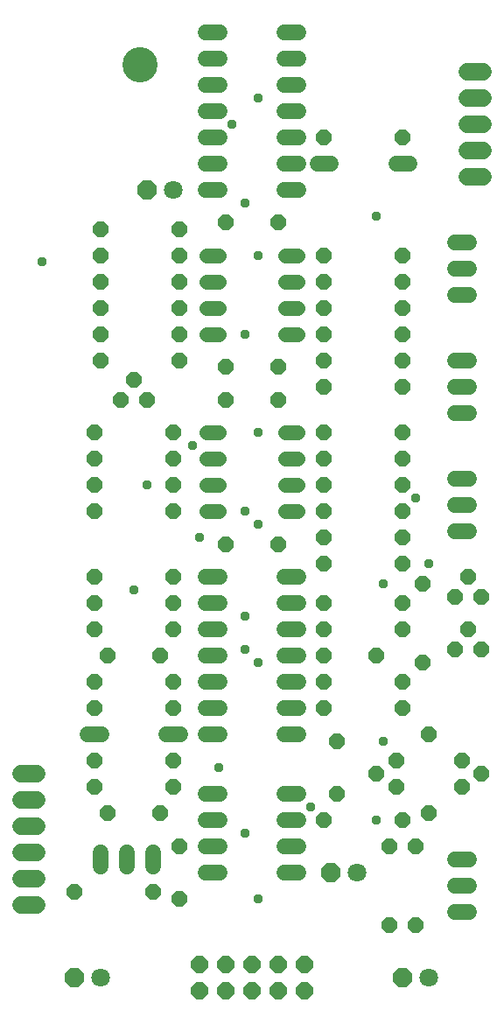
<source format=gbr>
G04 EAGLE Gerber RS-274X export*
G75*
%MOMM*%
%FSLAX34Y34*%
%LPD*%
%INSoldermask Bottom*%
%IPPOS*%
%AMOC8*
5,1,8,0,0,1.08239X$1,22.5*%
G01*
%ADD10C,3.403600*%
%ADD11C,1.524000*%
%ADD12P,1.951982X8X202.500000*%
%ADD13C,1.803400*%
%ADD14P,1.649562X8X292.500000*%
%ADD15P,1.649562X8X22.500000*%
%ADD16P,1.649562X8X202.500000*%
%ADD17P,1.649562X8X112.500000*%
%ADD18C,1.411200*%
%ADD19C,1.727200*%
%ADD20P,1.759533X8X202.500000*%
%ADD21C,0.959600*%


D10*
X133350Y939800D03*
D11*
X272796Y158750D02*
X286004Y158750D01*
X286004Y184150D02*
X272796Y184150D01*
X209804Y184150D02*
X196596Y184150D01*
X196596Y158750D02*
X209804Y158750D01*
X272796Y209550D02*
X286004Y209550D01*
X286004Y234950D02*
X272796Y234950D01*
X209804Y209550D02*
X196596Y209550D01*
X196596Y234950D02*
X209804Y234950D01*
D12*
X317500Y158750D03*
D13*
X342900Y158750D03*
D14*
X171450Y184150D03*
X171450Y133350D03*
D15*
X88900Y241300D03*
X165100Y241300D03*
D16*
X387350Y584200D03*
X311150Y584200D03*
X152400Y215900D03*
X101600Y215900D03*
D14*
X444500Y241300D03*
X463550Y254000D03*
X444500Y266700D03*
D17*
X381000Y266700D03*
X361950Y254000D03*
X381000Y241300D03*
X374650Y107950D03*
X374650Y184150D03*
D11*
X437896Y120650D02*
X451104Y120650D01*
X451104Y171450D02*
X437896Y171450D01*
X437896Y146050D02*
X451104Y146050D01*
D17*
X400050Y107950D03*
X400050Y184150D03*
D11*
X286004Y292100D02*
X272796Y292100D01*
X272796Y317500D02*
X286004Y317500D01*
X286004Y444500D02*
X272796Y444500D01*
X209804Y444500D02*
X196596Y444500D01*
X272796Y342900D02*
X286004Y342900D01*
X286004Y368300D02*
X272796Y368300D01*
X272796Y419100D02*
X286004Y419100D01*
X286004Y393700D02*
X272796Y393700D01*
X209804Y419100D02*
X196596Y419100D01*
X196596Y393700D02*
X209804Y393700D01*
X209804Y368300D02*
X196596Y368300D01*
X196596Y342900D02*
X209804Y342900D01*
X209804Y317500D02*
X196596Y317500D01*
X196596Y292100D02*
X209804Y292100D01*
D14*
X412750Y292100D03*
X412750Y215900D03*
D16*
X387350Y393700D03*
X311150Y393700D03*
D17*
X323850Y234950D03*
X323850Y285750D03*
D15*
X311150Y419100D03*
X387350Y419100D03*
D11*
X437896Y603250D02*
X451104Y603250D01*
X451104Y654050D02*
X437896Y654050D01*
X437896Y628650D02*
X451104Y628650D01*
D15*
X311150Y457200D03*
X387350Y457200D03*
X463550Y425450D03*
X450850Y444500D03*
X438150Y425450D03*
X463550Y374650D03*
X450850Y393700D03*
X438150Y374650D03*
D16*
X165100Y419100D03*
X88900Y419100D03*
X165100Y393700D03*
X88900Y393700D03*
D14*
X406400Y438150D03*
X406400Y361950D03*
D11*
X437896Y488950D02*
X451104Y488950D01*
X451104Y539750D02*
X437896Y539750D01*
X437896Y514350D02*
X451104Y514350D01*
D15*
X311150Y482600D03*
X387350Y482600D03*
X311150Y342900D03*
X387350Y342900D03*
X311150Y317500D03*
X387350Y317500D03*
X88900Y444500D03*
X165100Y444500D03*
D11*
X272796Y819150D02*
X286004Y819150D01*
X286004Y844550D02*
X272796Y844550D01*
X272796Y971550D02*
X286004Y971550D01*
X209804Y971550D02*
X196596Y971550D01*
X272796Y869950D02*
X286004Y869950D01*
X286004Y895350D02*
X272796Y895350D01*
X272796Y946150D02*
X286004Y946150D01*
X286004Y920750D02*
X272796Y920750D01*
X209804Y946150D02*
X196596Y946150D01*
X196596Y920750D02*
X209804Y920750D01*
X209804Y895350D02*
X196596Y895350D01*
X196596Y869950D02*
X209804Y869950D01*
X209804Y844550D02*
X196596Y844550D01*
X196596Y819150D02*
X209804Y819150D01*
D16*
X387350Y869950D03*
X311150Y869950D03*
D15*
X95250Y781050D03*
X171450Y781050D03*
D16*
X171450Y755650D03*
X95250Y755650D03*
X171450Y704850D03*
X95250Y704850D03*
X171450Y679450D03*
X95250Y679450D03*
D15*
X88900Y508000D03*
X165100Y508000D03*
X95250Y730250D03*
X171450Y730250D03*
X311150Y730250D03*
X387350Y730250D03*
X311150Y679450D03*
X387350Y679450D03*
X311150Y654050D03*
X387350Y654050D03*
D16*
X387350Y704850D03*
X311150Y704850D03*
X387350Y755650D03*
X311150Y755650D03*
X387350Y209550D03*
X311150Y209550D03*
D11*
X304546Y844550D02*
X317754Y844550D01*
X380746Y844550D02*
X393954Y844550D01*
D18*
X285440Y508000D02*
X273360Y508000D01*
X273360Y533400D02*
X285440Y533400D01*
X285440Y558800D02*
X273360Y558800D01*
X273360Y584200D02*
X285440Y584200D01*
X209240Y584200D02*
X197160Y584200D01*
X197160Y558800D02*
X209240Y558800D01*
X209240Y533400D02*
X197160Y533400D01*
X197160Y508000D02*
X209240Y508000D01*
D11*
X437896Y717550D02*
X451104Y717550D01*
X451104Y768350D02*
X437896Y768350D01*
X437896Y742950D02*
X451104Y742950D01*
D15*
X311150Y628650D03*
X387350Y628650D03*
X311150Y533400D03*
X387350Y533400D03*
D16*
X387350Y508000D03*
X311150Y508000D03*
X387350Y558800D03*
X311150Y558800D03*
D15*
X88900Y558800D03*
X165100Y558800D03*
X88900Y584200D03*
X165100Y584200D03*
X88900Y533400D03*
X165100Y533400D03*
D16*
X171450Y654050D03*
X95250Y654050D03*
X361950Y368300D03*
X311150Y368300D03*
D15*
X101600Y368300D03*
X152400Y368300D03*
X215900Y615950D03*
X266700Y615950D03*
D16*
X266700Y476250D03*
X215900Y476250D03*
D12*
X139700Y819150D03*
D13*
X165100Y819150D03*
D19*
X33020Y127000D02*
X17780Y127000D01*
X17780Y152400D02*
X33020Y152400D01*
X33020Y177800D02*
X17780Y177800D01*
X17780Y203200D02*
X33020Y203200D01*
X33020Y228600D02*
X17780Y228600D01*
X17780Y254000D02*
X33020Y254000D01*
D18*
X273360Y679450D02*
X285440Y679450D01*
X285440Y704850D02*
X273360Y704850D01*
X273360Y730250D02*
X285440Y730250D01*
X285440Y755650D02*
X273360Y755650D01*
X209240Y755650D02*
X197160Y755650D01*
X197160Y730250D02*
X209240Y730250D01*
X209240Y704850D02*
X197160Y704850D01*
X197160Y679450D02*
X209240Y679450D01*
D15*
X114300Y615950D03*
X127000Y635000D03*
X139700Y615950D03*
D11*
X146050Y178054D02*
X146050Y164846D01*
X95250Y164846D02*
X95250Y178054D01*
X120650Y178054D02*
X120650Y164846D01*
D16*
X146050Y139700D03*
X69850Y139700D03*
D15*
X88900Y266700D03*
X165100Y266700D03*
D11*
X171704Y292100D02*
X158496Y292100D01*
X95504Y292100D02*
X82296Y292100D01*
D15*
X88900Y317500D03*
X165100Y317500D03*
X88900Y342900D03*
X165100Y342900D03*
X215900Y787400D03*
X266700Y787400D03*
D16*
X266700Y647700D03*
X215900Y647700D03*
D19*
X449580Y831850D02*
X464820Y831850D01*
X464820Y857250D02*
X449580Y857250D01*
X449580Y882650D02*
X464820Y882650D01*
X464820Y908050D02*
X449580Y908050D01*
X449580Y933450D02*
X464820Y933450D01*
D20*
X292100Y69850D03*
X292100Y44450D03*
X266700Y69850D03*
X266700Y44450D03*
X241300Y69850D03*
X241300Y44450D03*
X215900Y69850D03*
X215900Y44450D03*
X190500Y69850D03*
X190500Y44450D03*
D12*
X387350Y57150D03*
D13*
X412750Y57150D03*
D12*
X69850Y57150D03*
D13*
X95250Y57150D03*
D21*
X38100Y749300D03*
X361950Y793750D03*
X209550Y260350D03*
X190500Y482600D03*
X361950Y209550D03*
X247650Y361950D03*
X247650Y755650D03*
X247650Y584200D03*
X247650Y495300D03*
X247650Y133350D03*
X247650Y908050D03*
X184150Y571500D03*
X234950Y374650D03*
X234950Y806450D03*
X234950Y406400D03*
X234950Y679450D03*
X234950Y508000D03*
X234950Y196850D03*
X298450Y222250D03*
X368300Y285750D03*
X412750Y457200D03*
X400050Y520700D03*
X368300Y438150D03*
X127000Y431800D03*
X139700Y533400D03*
X222250Y882650D03*
M02*

</source>
